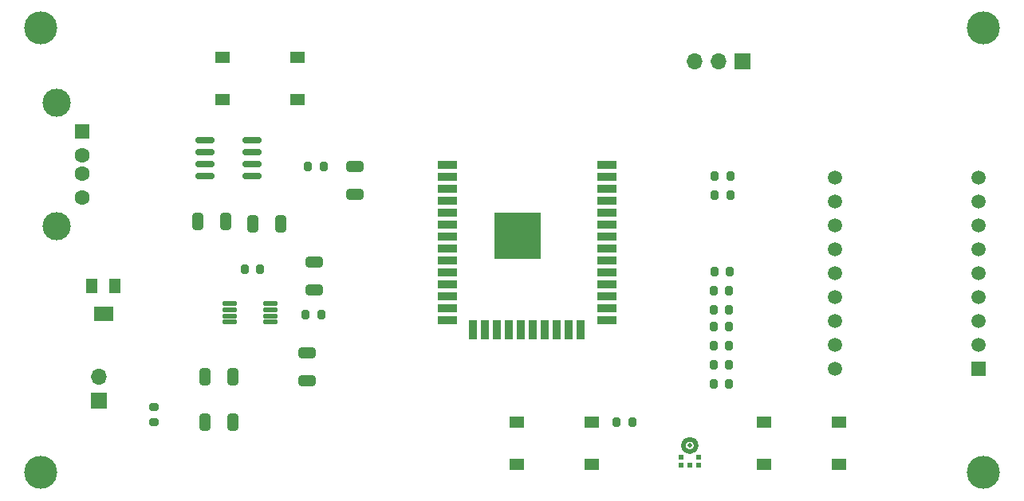
<source format=gbr>
%TF.GenerationSoftware,KiCad,Pcbnew,(6.0.0-rc1-19-g83300c0b61)*%
%TF.CreationDate,2021-11-25T18:24:14-08:00*%
%TF.ProjectId,autotunemic,6175746f-7475-46e6-956d-69632e6b6963,rev?*%
%TF.SameCoordinates,Original*%
%TF.FileFunction,Soldermask,Top*%
%TF.FilePolarity,Negative*%
%FSLAX46Y46*%
G04 Gerber Fmt 4.6, Leading zero omitted, Abs format (unit mm)*
G04 Created by KiCad (PCBNEW (6.0.0-rc1-19-g83300c0b61)) date 2021-11-25 18:24:14*
%MOMM*%
%LPD*%
G01*
G04 APERTURE LIST*
G04 Aperture macros list*
%AMRoundRect*
0 Rectangle with rounded corners*
0 $1 Rounding radius*
0 $2 $3 $4 $5 $6 $7 $8 $9 X,Y pos of 4 corners*
0 Add a 4 corners polygon primitive as box body*
4,1,4,$2,$3,$4,$5,$6,$7,$8,$9,$2,$3,0*
0 Add four circle primitives for the rounded corners*
1,1,$1+$1,$2,$3*
1,1,$1+$1,$4,$5*
1,1,$1+$1,$6,$7*
1,1,$1+$1,$8,$9*
0 Add four rect primitives between the rounded corners*
20,1,$1+$1,$2,$3,$4,$5,0*
20,1,$1+$1,$4,$5,$6,$7,0*
20,1,$1+$1,$6,$7,$8,$9,0*
20,1,$1+$1,$8,$9,$2,$3,0*%
G04 Aperture macros list end*
%ADD10C,0.500000*%
%ADD11R,1.550000X1.300000*%
%ADD12RoundRect,0.200000X0.200000X0.275000X-0.200000X0.275000X-0.200000X-0.275000X0.200000X-0.275000X0*%
%ADD13RoundRect,0.200000X-0.200000X-0.275000X0.200000X-0.275000X0.200000X0.275000X-0.200000X0.275000X0*%
%ADD14C,3.500000*%
%ADD15RoundRect,0.250000X0.650000X-0.325000X0.650000X0.325000X-0.650000X0.325000X-0.650000X-0.325000X0*%
%ADD16RoundRect,0.250000X0.325000X0.650000X-0.325000X0.650000X-0.325000X-0.650000X0.325000X-0.650000X0*%
%ADD17RoundRect,0.028800X-0.706200X-0.211200X0.706200X-0.211200X0.706200X0.211200X-0.706200X0.211200X0*%
%ADD18RoundRect,0.250000X-0.325000X-0.650000X0.325000X-0.650000X0.325000X0.650000X-0.325000X0.650000X0*%
%ADD19R,1.600000X1.600000*%
%ADD20C,1.600000*%
%ADD21C,3.000000*%
%ADD22RoundRect,0.250000X-0.650000X0.325000X-0.650000X-0.325000X0.650000X-0.325000X0.650000X0.325000X0*%
%ADD23C,0.500000*%
%ADD24R,0.600000X0.522000*%
%ADD25R,1.500000X1.500000*%
%ADD26C,1.500000*%
%ADD27R,1.300000X1.600000*%
%ADD28R,2.000000X1.600000*%
%ADD29R,1.700000X1.700000*%
%ADD30O,1.700000X1.700000*%
%ADD31R,2.000000X0.900000*%
%ADD32R,0.900000X2.000000*%
%ADD33R,5.000000X5.000000*%
%ADD34RoundRect,0.200000X0.275000X-0.200000X0.275000X0.200000X-0.275000X0.200000X-0.275000X-0.200000X0*%
%ADD35RoundRect,0.150000X0.825000X0.150000X-0.825000X0.150000X-0.825000X-0.150000X0.825000X-0.150000X0*%
G04 APERTURE END LIST*
D10*
%TO.C,MK_mic1*%
X172623000Y-151038000D02*
G75*
G03*
X172623000Y-151038000I-665000J0D01*
G01*
%TD*%
D11*
%TO.C,SW_record1*%
X153584000Y-153090000D03*
X161544000Y-153090000D03*
X153584000Y-148590000D03*
X161544000Y-148590000D03*
%TD*%
D12*
%TO.C,R_IO21*%
X176213000Y-132588000D03*
X174563000Y-132588000D03*
%TD*%
D13*
%TO.C,R_p1*%
X131446000Y-121412000D03*
X133096000Y-121412000D03*
%TD*%
D14*
%TO.C,REF\u002A\u002A*%
X103069000Y-106680000D03*
%TD*%
D15*
%TO.C,C_amp1*%
X132080000Y-134522000D03*
X132080000Y-131572000D03*
%TD*%
D16*
%TO.C,C_bc2*%
X128524000Y-127508000D03*
X125574000Y-127508000D03*
%TD*%
D17*
%TO.C,U_amplifier1*%
X123126000Y-135971996D03*
X123126000Y-136621996D03*
X123126000Y-137271996D03*
X123126000Y-137921996D03*
X127426000Y-137921996D03*
X127426000Y-137271996D03*
X127426000Y-136621996D03*
X127426000Y-135971996D03*
%TD*%
D18*
%TO.C,C_bc1*%
X119732000Y-127254000D03*
X122682000Y-127254000D03*
%TD*%
D19*
%TO.C,J_usb1*%
X107408000Y-117658000D03*
D20*
X107408000Y-120158000D03*
X107408000Y-122158000D03*
X107408000Y-124658000D03*
D21*
X104698000Y-114588000D03*
X104698000Y-127728000D03*
%TD*%
D12*
%TO.C,R_ampp1*%
X132842000Y-137160000D03*
X131192000Y-137160000D03*
%TD*%
D18*
%TO.C,C_amp3*%
X120494000Y-143764000D03*
X123444000Y-143764000D03*
%TD*%
D22*
%TO.C,C_p2*%
X136398000Y-121412000D03*
X136398000Y-124362000D03*
%TD*%
D12*
%TO.C,R_IO22*%
X176276000Y-124460000D03*
X174626000Y-124460000D03*
%TD*%
D14*
%TO.C,REF\u002A\u002A*%
X203145000Y-106680000D03*
%TD*%
D12*
%TO.C,R_IO13*%
X176276000Y-122428000D03*
X174626000Y-122428000D03*
%TD*%
%TO.C,R_IO19*%
X176150000Y-134620000D03*
X174500000Y-134620000D03*
%TD*%
%TO.C,R_IO17*%
X176150000Y-140462000D03*
X174500000Y-140462000D03*
%TD*%
D23*
%TO.C,MK_mic1*%
X171958000Y-151038000D03*
D24*
X172858000Y-153112000D03*
X172858000Y-152290000D03*
X171058000Y-152290000D03*
X171058000Y-153112000D03*
X171958000Y-153112000D03*
%TD*%
D25*
%TO.C,U_display1*%
X202609500Y-142929500D03*
D26*
X202609500Y-140389500D03*
X202609500Y-137849500D03*
X202609500Y-135309500D03*
X202609500Y-132769500D03*
X202609500Y-130229500D03*
X202609500Y-127689500D03*
X202609500Y-125149500D03*
X202609500Y-122609500D03*
X187369500Y-122609500D03*
X187369500Y-125149500D03*
X187369500Y-127689500D03*
X187369500Y-130229500D03*
X187369500Y-132769500D03*
X187369500Y-135309500D03*
X187369500Y-137849500D03*
X187369500Y-140389500D03*
X187369500Y-142929500D03*
%TD*%
D14*
%TO.C,REF\u002A\u002A*%
X203145000Y-153924000D03*
%TD*%
D27*
%TO.C,RV_pot1*%
X110958000Y-134112000D03*
D28*
X109708000Y-137012000D03*
D27*
X108458000Y-134112000D03*
%TD*%
D29*
%TO.C,J_aout1*%
X109220000Y-146304000D03*
D30*
X109220000Y-143764000D03*
%TD*%
D12*
%TO.C,R_IO16*%
X176150000Y-142494000D03*
X174500000Y-142494000D03*
%TD*%
%TO.C,R_IO18*%
X176150000Y-136652000D03*
X174500000Y-136652000D03*
%TD*%
D16*
%TO.C,C_amp2*%
X123444000Y-148590000D03*
X120494000Y-148590000D03*
%TD*%
D13*
%TO.C,R_pd1*%
X164212000Y-148590000D03*
X165862000Y-148590000D03*
%TD*%
D22*
%TO.C,C_amp4*%
X131318000Y-141224000D03*
X131318000Y-144174000D03*
%TD*%
D12*
%TO.C,R_IO15*%
X176150000Y-138430000D03*
X174500000Y-138430000D03*
%TD*%
D14*
%TO.C,REF\u002A\u002A*%
X103069000Y-153924000D03*
%TD*%
D31*
%TO.C,U_MCU1*%
X146190000Y-121235000D03*
X146190000Y-122505000D03*
X146190000Y-123775000D03*
X146190000Y-125045000D03*
X146190000Y-126315000D03*
X146190000Y-127585000D03*
X146190000Y-128855000D03*
X146190000Y-130125000D03*
X146190000Y-131395000D03*
X146190000Y-132665000D03*
X146190000Y-133935000D03*
X146190000Y-135205000D03*
X146190000Y-136475000D03*
X146190000Y-137745000D03*
D32*
X148975000Y-138745000D03*
X150245000Y-138745000D03*
X151515000Y-138745000D03*
X152785000Y-138745000D03*
X154055000Y-138745000D03*
X155325000Y-138745000D03*
X156595000Y-138745000D03*
X157865000Y-138745000D03*
X159135000Y-138745000D03*
X160405000Y-138745000D03*
D31*
X163190000Y-137745000D03*
X163190000Y-136475000D03*
X163190000Y-135205000D03*
X163190000Y-133935000D03*
X163190000Y-132665000D03*
X163190000Y-131395000D03*
X163190000Y-130125000D03*
X163190000Y-128855000D03*
X163190000Y-127585000D03*
X163190000Y-126315000D03*
X163190000Y-125045000D03*
X163190000Y-123775000D03*
X163190000Y-122505000D03*
X163190000Y-121235000D03*
D33*
X153690000Y-128735000D03*
%TD*%
D29*
%TO.C,J_1*%
X177546000Y-110236000D03*
D30*
X175006000Y-110236000D03*
X172466000Y-110236000D03*
%TD*%
D11*
%TO.C,SW_flash1*%
X187821000Y-148590000D03*
X179861000Y-148590000D03*
X179861000Y-153090000D03*
X187821000Y-153090000D03*
%TD*%
%TO.C,SW_reset1*%
X122342000Y-114300000D03*
X130302000Y-114300000D03*
X130302000Y-109800000D03*
X122342000Y-109800000D03*
%TD*%
D34*
%TO.C,R_amp2*%
X115062000Y-148590000D03*
X115062000Y-146940000D03*
%TD*%
D13*
%TO.C,R_amp1*%
X124714000Y-132334000D03*
X126364000Y-132334000D03*
%TD*%
D35*
%TO.C,U_bc1*%
X125476000Y-122428000D03*
X125476000Y-121158000D03*
X125476000Y-119888000D03*
X125476000Y-118618000D03*
X120526000Y-118618000D03*
X120526000Y-119888000D03*
X120526000Y-121158000D03*
X120526000Y-122428000D03*
%TD*%
D12*
%TO.C,R_IO23*%
X176148000Y-144526000D03*
X174498000Y-144526000D03*
%TD*%
M02*

</source>
